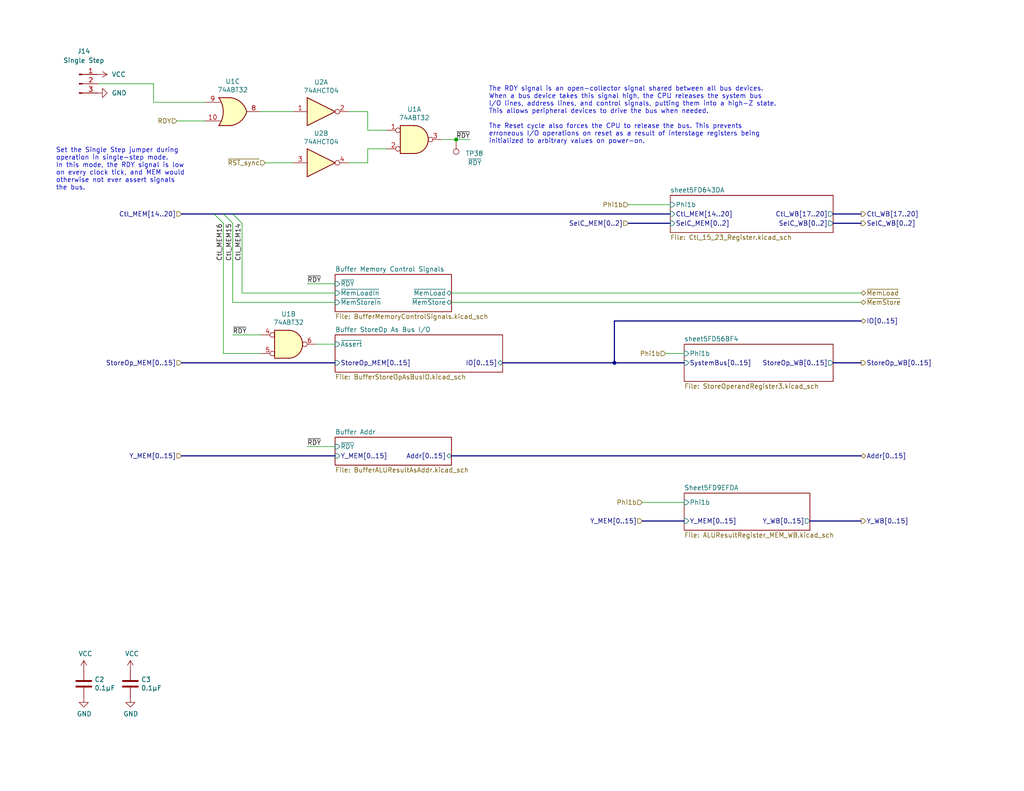
<source format=kicad_sch>
(kicad_sch (version 20250114) (generator "eeschema") (generator_version "9.0")
  (paper "USLetter")
  (title_block (title "MEM") (date "2023-11-07") (rev "D") (comment 1 "place bus lines into tristate and halt the Phi1 clock.") (comment 2 "Devices on the bus may take the open-collector ~RDY~ signal high to force the CPU to") (comment 3 "These devices connect to the main board via a connector described in another sheet.") (comment 4 "The MEM stage interfaces with memory and memory-mapped peripherals."))
  (lib_symbols
    (symbol "74xx:74LS04"
      (property "Reference" "U" (at 0 1.27 0))
      (property "Value" "74LS04" (at 0 -1.27 0))
      (symbol "74LS04_1_0"
        (polyline (pts (xy -3.81 3.81) (xy -3.81 -3.81) (xy 3.81 0) (xy -3.81 3.81)) (stroke (width 0.254)) (fill (type background)))
        (pin input line (at -7.62 0 0) (length 3.81) (name "~") (number "1"))
        (pin output inverted (at 7.62 0 180) (length 3.81) (name "~") (number "2"))
      )
      (symbol "74LS04_2_0"
        (polyline (pts (xy -3.81 3.81) (xy -3.81 -3.81) (xy 3.81 0) (xy -3.81 3.81)) (stroke (width 0.254)) (fill (type background)))
        (pin input line (at -7.62 0 0) (length 3.81) (name "~") (number "3"))
        (pin output inverted (at 7.62 0 180) (length 3.81) (name "~") (number "4"))
      )
      (symbol "74LS04_3_0"
        (polyline (pts (xy -3.81 3.81) (xy -3.81 -3.81) (xy 3.81 0) (xy -3.81 3.81)) (stroke (width 0.254)) (fill (type background)))
        (pin input line (at -7.62 0 0) (length 3.81) (name "~") (number "5"))
        (pin output inverted (at 7.62 0 180) (length 3.81) (name "~") (number "6"))
      )
      (symbol "74LS04_4_0"
        (polyline (pts (xy -3.81 3.81) (xy -3.81 -3.81) (xy 3.81 0) (xy -3.81 3.81)) (stroke (width 0.254)) (fill (type background)))
        (pin input line (at -7.62 0 0) (length 3.81) (name "~") (number "9"))
        (pin output inverted (at 7.62 0 180) (length 3.81) (name "~") (number "8"))
      )
      (symbol "74LS04_5_0"
        (polyline (pts (xy -3.81 3.81) (xy -3.81 -3.81) (xy 3.81 0) (xy -3.81 3.81)) (stroke (width 0.254)) (fill (type background)))
        (pin input line (at -7.62 0 0) (length 3.81) (name "~") (number "11"))
        (pin output inverted (at 7.62 0 180) (length 3.81) (name "~") (number "10"))
      )
      (symbol "74LS04_6_0"
        (polyline (pts (xy -3.81 3.81) (xy -3.81 -3.81) (xy 3.81 0) (xy -3.81 3.81)) (stroke (width 0.254)) (fill (type background)))
        (pin input line (at -7.62 0 0) (length 3.81) (name "~") (number "13"))
        (pin output inverted (at 7.62 0 180) (length 3.81) (name "~") (number "12"))
      )
      (symbol "74LS04_7_0"
        (pin power_in line (at 0 12.7 270) (length 5.08) (name "VCC") (number "14"))
        (pin power_in line (at 0 -12.7 90) (length 5.08) (name "GND") (number "7"))
      )
      (symbol "74LS04_7_1"
        (rectangle (start -5.08 7.62) (end 5.08 -7.62) (stroke (width 0.254)) (fill (type background)))
      )
    )
    (symbol "74xx:74LS32" (pin_names (offset 1.016))
      (property "Reference" "U" (at 0 1.27 0))
      (property "Value" "74LS32" (at 0 -1.27 0))
      (symbol "74LS32_1_1"
        (arc (start -3.81 3.81) (mid -2.589 0) (end -3.81 -3.81) (stroke (width 0.254)))
        (polyline (pts (xy -3.81 3.81) (xy -0.635 3.81)) (stroke (width 0.254)) (fill (type background)))
        (polyline (pts (xy -3.81 -3.81) (xy -0.635 -3.81)) (stroke (width 0.254)) (fill (type background)))
        (arc (start 3.81 0) (mid 2.1855 -2.584) (end -0.6096 -3.81) (stroke (width 0.254)) (fill (type background)))
        (arc (start -0.6096 3.81) (mid 2.1928 2.5924) (end 3.81 0) (stroke (width 0.254)) (fill (type background)))
        (polyline (pts (xy -0.635 3.81) (xy -3.81 3.81) (xy -3.81 3.81) (xy -3.556 3.4036) (xy -3.0226 2.2606) (xy -2.6924 1.0414) (xy -2.6162 -0.254) (xy -2.7686 -1.4986) (xy -3.175 -2.7178) (xy -3.81 -3.81) (xy -3.81 -3.81) (xy -0.635 -3.81)) (stroke (width -25.4)) (fill (type background)))
        (pin input line (at -7.62 2.54 0) (length 4.318) (name "~") (number "1"))
        (pin input line (at -7.62 -2.54 0) (length 4.318) (name "~") (number "2"))
        (pin output line (at 7.62 0 180) (length 3.81) (name "~") (number "3"))
      )
      (symbol "74LS32_1_2"
        (arc (start 0 3.81) (mid 3.7934 0) (end 0 -3.81) (stroke (width 0.254)) (fill (type background)))
        (polyline (pts (xy 0 3.81) (xy -3.81 3.81) (xy -3.81 -3.81) (xy 0 -3.81)) (stroke (width 0.254)) (fill (type background)))
        (pin input inverted (at -7.62 2.54 0) (length 3.81) (name "~") (number "1"))
        (pin input inverted (at -7.62 -2.54 0) (length 3.81) (name "~") (number "2"))
        (pin output inverted (at 7.62 0 180) (length 3.81) (name "~") (number "3"))
      )
      (symbol "74LS32_2_1"
        (arc (start -3.81 3.81) (mid -2.589 0) (end -3.81 -3.81) (stroke (width 0.254)))
        (polyline (pts (xy -3.81 3.81) (xy -0.635 3.81)) (stroke (width 0.254)) (fill (type background)))
        (polyline (pts (xy -3.81 -3.81) (xy -0.635 -3.81)) (stroke (width 0.254)) (fill (type background)))
        (arc (start 3.81 0) (mid 2.1855 -2.584) (end -0.6096 -3.81) (stroke (width 0.254)) (fill (type background)))
        (arc (start -0.6096 3.81) (mid 2.1928 2.5924) (end 3.81 0) (stroke (width 0.254)) (fill (type background)))
        (polyline (pts (xy -0.635 3.81) (xy -3.81 3.81) (xy -3.81 3.81) (xy -3.556 3.4036) (xy -3.0226 2.2606) (xy -2.6924 1.0414) (xy -2.6162 -0.254) (xy -2.7686 -1.4986) (xy -3.175 -2.7178) (xy -3.81 -3.81) (xy -3.81 -3.81) (xy -0.635 -3.81)) (stroke (width -25.4)) (fill (type background)))
        (pin input line (at -7.62 2.54 0) (length 4.318) (name "~") (number "4"))
        (pin input line (at -7.62 -2.54 0) (length 4.318) (name "~") (number "5"))
        (pin output line (at 7.62 0 180) (length 3.81) (name "~") (number "6"))
      )
      (symbol "74LS32_2_2"
        (arc (start 0 3.81) (mid 3.7934 0) (end 0 -3.81) (stroke (width 0.254)) (fill (type background)))
        (polyline (pts (xy 0 3.81) (xy -3.81 3.81) (xy -3.81 -3.81) (xy 0 -3.81)) (stroke (width 0.254)) (fill (type background)))
        (pin input inverted (at -7.62 2.54 0) (length 3.81) (name "~") (number "4"))
        (pin input inverted (at -7.62 -2.54 0) (length 3.81) (name "~") (number "5"))
        (pin output inverted (at 7.62 0 180) (length 3.81) (name "~") (number "6"))
      )
      (symbol "74LS32_3_1"
        (arc (start -3.81 3.81) (mid -2.589 0) (end -3.81 -3.81) (stroke (width 0.254)))
        (polyline (pts (xy -3.81 3.81) (xy -0.635 3.81)) (stroke (width 0.254)) (fill (type background)))
        (polyline (pts (xy -3.81 -3.81) (xy -0.635 -3.81)) (stroke (width 0.254)) (fill (type background)))
        (arc (start 3.81 0) (mid 2.1855 -2.584) (end -0.6096 -3.81) (stroke (width 0.254)) (fill (type background)))
        (arc (start -0.6096 3.81) (mid 2.1928 2.5924) (end 3.81 0) (stroke (width 0.254)) (fill (type background)))
        (polyline (pts (xy -0.635 3.81) (xy -3.81 3.81) (xy -3.81 3.81) (xy -3.556 3.4036) (xy -3.0226 2.2606) (xy -2.6924 1.0414) (xy -2.6162 -0.254) (xy -2.7686 -1.4986) (xy -3.175 -2.7178) (xy -3.81 -3.81) (xy -3.81 -3.81) (xy -0.635 -3.81)) (stroke (width -25.4)) (fill (type background)))
        (pin input line (at -7.62 2.54 0) (length 4.318) (name "~") (number "9"))
        (pin input line (at -7.62 -2.54 0) (length 4.318) (name "~") (number "10"))
        (pin output line (at 7.62 0 180) (length 3.81) (name "~") (number "8"))
      )
      (symbol "74LS32_3_2"
        (arc (start 0 3.81) (mid 3.7934 0) (end 0 -3.81) (stroke (width 0.254)) (fill (type background)))
        (polyline (pts (xy 0 3.81) (xy -3.81 3.81) (xy -3.81 -3.81) (xy 0 -3.81)) (stroke (width 0.254)) (fill (type background)))
        (pin input inverted (at -7.62 2.54 0) (length 3.81) (name "~") (number "9"))
        (pin input inverted (at -7.62 -2.54 0) (length 3.81) (name "~") (number "10"))
        (pin output inverted (at 7.62 0 180) (length 3.81) (name "~") (number "8"))
      )
      (symbol "74LS32_4_1"
        (arc (start -3.81 3.81) (mid -2.589 0) (end -3.81 -3.81) (stroke (width 0.254)))
        (polyline (pts (xy -3.81 3.81) (xy -0.635 3.81)) (stroke (width 0.254)) (fill (type background)))
        (polyline (pts (xy -3.81 -3.81) (xy -0.635 -3.81)) (stroke (width 0.254)) (fill (type background)))
        (arc (start 3.81 0) (mid 2.1855 -2.584) (end -0.6096 -3.81) (stroke (width 0.254)) (fill (type background)))
        (arc (start -0.6096 3.81) (mid 2.1928 2.5924) (end 3.81 0) (stroke (width 0.254)) (fill (type background)))
        (polyline (pts (xy -0.635 3.81) (xy -3.81 3.81) (xy -3.81 3.81) (xy -3.556 3.4036) (xy -3.0226 2.2606) (xy -2.6924 1.0414) (xy -2.6162 -0.254) (xy -2.7686 -1.4986) (xy -3.175 -2.7178) (xy -3.81 -3.81) (xy -3.81 -3.81) (xy -0.635 -3.81)) (stroke (width -25.4)) (fill (type background)))
        (pin input line (at -7.62 2.54 0) (length 4.318) (name "~") (number "12"))
        (pin input line (at -7.62 -2.54 0) (length 4.318) (name "~") (number "13"))
        (pin output line (at 7.62 0 180) (length 3.81) (name "~") (number "11"))
      )
      (symbol "74LS32_4_2"
        (arc (start 0 3.81) (mid 3.7934 0) (end 0 -3.81) (stroke (width 0.254)) (fill (type background)))
        (polyline (pts (xy 0 3.81) (xy -3.81 3.81) (xy -3.81 -3.81) (xy 0 -3.81)) (stroke (width 0.254)) (fill (type background)))
        (pin input inverted (at -7.62 2.54 0) (length 3.81) (name "~") (number "12"))
        (pin input inverted (at -7.62 -2.54 0) (length 3.81) (name "~") (number "13"))
        (pin output inverted (at 7.62 0 180) (length 3.81) (name "~") (number "11"))
      )
      (symbol "74LS32_5_0"
        (pin power_in line (at 0 12.7 270) (length 5.08) (name "VCC") (number "14"))
        (pin power_in line (at 0 -12.7 90) (length 5.08) (name "GND") (number "7"))
      )
      (symbol "74LS32_5_1"
        (rectangle (start -5.08 7.62) (end 5.08 -7.62) (stroke (width 0.254)) (fill (type background)))
      )
    )
    (symbol "Connector:Conn_01x03_Pin" (pin_names (offset 1.016) (hide yes))
      (property "Reference" "J" (at 0 5.08 0))
      (property "Value" "Conn_01x03_Pin" (at 0 -5.08 0))
      (symbol "Conn_01x03_Pin_1_1"
        (rectangle (start 0.8636 2.667) (end 0 2.413) (stroke (width 0.1524)) (fill (type outline)))
        (rectangle (start 0.8636 0.127) (end 0 -0.127) (stroke (width 0.1524)) (fill (type outline)))
        (rectangle (start 0.8636 -2.413) (end 0 -2.667) (stroke (width 0.1524)) (fill (type outline)))
        (polyline (pts (xy 1.27 2.54) (xy 0.8636 2.54)) (stroke (width 0.1524)))
        (polyline (pts (xy 1.27 0) (xy 0.8636 0)) (stroke (width 0.1524)))
        (polyline (pts (xy 1.27 -2.54) (xy 0.8636 -2.54)) (stroke (width 0.1524)))
        (pin passive line (at 5.08 2.54 180) (length 3.81) (name "Pin_1") (number "1"))
        (pin passive line (at 5.08 0 180) (length 3.81) (name "Pin_2") (number "2"))
        (pin passive line (at 5.08 -2.54 180) (length 3.81) (name "Pin_3") (number "3"))
      )
    )
    (symbol "Connector:TestPoint" (pin_numbers (hide yes)) (pin_names (offset 0.762) (hide yes))
      (property "Reference" "TP" (at 0 6.858 0))
      (property "Value" "TestPoint" (at 0 5.08 0))
      (symbol "TestPoint_0_1"
        (circle (center 0 3.302) (radius 0.762))
      )
      (symbol "TestPoint_1_1"
        (pin passive line (at 0 0 90) (length 2.54) (name "1") (number "1"))
      )
    )
    (symbol "Device:C" (pin_numbers (hide yes)) (pin_names (offset 0.254))
      (property "Reference" "C" (at 0.635 2.54 0))
      (property "Value" "C" (at 0.635 -2.54 0))
      (symbol "C_0_1"
        (polyline (pts (xy -2.032 0.762) (xy 2.032 0.762)) (stroke (width 0.508)))
        (polyline (pts (xy -2.032 -0.762) (xy 2.032 -0.762)) (stroke (width 0.508)))
      )
      (symbol "C_1_1"
        (pin passive line (at 0 3.81 270) (length 2.794) (name "~") (number "1"))
        (pin passive line (at 0 -3.81 90) (length 2.794) (name "~") (number "2"))
      )
    )
    (symbol "power:GND" (power) (pin_names (offset 0))
      (property "Value" "GND" (at 0 -3.81 0))
      (symbol "GND_0_1"
        (polyline (pts (xy 0 0) (xy 0 -1.27) (xy 1.27 -1.27) (xy 0 -2.54) (xy -1.27 -1.27) (xy 0 -1.27)))
      )
      (symbol "GND_1_1"
        (pin power_in line (at 0 0 270) (length 0) (hide yes) (name "GND") (number "1"))
      )
    )
    (symbol "power:VCC" (power) (pin_names (offset 0))
      (property "Value" "VCC" (at 0 3.81 0))
      (symbol "VCC_0_1"
        (polyline (pts (xy -0.762 1.27) (xy 0 2.54)))
        (polyline (pts (xy 0 2.54) (xy 0.762 1.27)))
        (polyline (pts (xy 0 0) (xy 0 2.54)))
      )
      (symbol "VCC_1_1"
        (pin power_in line (at 0 0 90) (length 0) (hide yes) (name "VCC") (number "1"))
      )
    )
  )
  (text "Set the Single Step jumper during\noperation in single-step mode.\nIn this mode, the RDY signal is low\non every clock tick, and MEM would\notherwise not ever assert signals\nthe bus." (at 15.24 52.07 0) (effects (font (size 1.27 1.27)) (justify left bottom)))
  (text "The RDY signal is an open-collector signal shared between all bus devices.\nWhen a bus device takes this signal high, the CPU releases the system bus\nI/O lines, address lines, and control signals, putting them into a high-Z state.\nThis allows peripheral devices to drive the bus when needed.\n\nThe Reset cycle also forces the CPU to release the bus. This prevents\nerroneous I/O operations on reset as a result of interstage registers being\ninitialized to arbitrary values on power-on." (at 133.35 39.37 0) (effects (font (size 1.27 1.27)) (justify left bottom)))
  (junction (at -44.45 146.05))
  (junction (at 167.64 99.06))
  (junction (at -21.59 146.05))
  (junction (at -44.45 140.97))
  (junction (at 124.46 38.1))
  (no_connect (at -6.35 146.05))
  (no_connect (at -26.67 143.51))
  (bus_entry (at 58.42 58.42) (size 2.54 2.54))
  (bus_entry (at 63.5 58.42) (size 2.54 2.54))
  (bus_entry (at 60.96 58.42) (size 2.54 2.54))
  (bus (pts (xy 234.95 99.06) (xy 227.33 99.06)))
  (wire (pts (xy 181.61 96.52) (xy 186.69 96.52)))
  (wire (pts (xy -21.59 135.89) (xy -21.59 146.05)))
  (bus (pts (xy 234.95 142.24) (xy 220.98 142.24)))
  (bus (pts (xy 63.5 58.42) (xy 182.88 58.42)))
  (wire (pts (xy 41.91 22.86) (xy 41.91 27.94)))
  (wire (pts (xy 60.96 60.96) (xy 60.96 96.52)))
  (wire (pts (xy 124.46 38.1) (xy 120.65 38.1)))
  (wire (pts (xy 66.04 60.96) (xy 66.04 80.01)))
  (bus (pts (xy 227.33 58.42) (xy 234.95 58.42)))
  (wire (pts (xy -44.45 146.05) (xy -44.45 152.4)))
  (wire (pts (xy 171.45 55.88) (xy 182.88 55.88)))
  (bus (pts (xy 123.19 124.46) (xy 234.95 124.46)))
  (wire (pts (xy -21.59 179.07) (xy -21.59 180.34)))
  (wire (pts (xy 60.96 96.52) (xy 71.12 96.52)))
  (wire (pts (xy -44.45 135.89) (xy -44.45 140.97)))
  (wire (pts (xy -44.45 179.07) (xy -44.45 177.8)))
  (wire (pts (xy 128.27 38.1) (xy 124.46 38.1)))
  (wire (pts (xy 71.12 30.48) (xy 80.01 30.48)))
  (bus (pts (xy 167.64 87.63) (xy 167.64 99.06)))
  (wire (pts (xy 66.04 80.01) (xy 91.44 80.01)))
  (wire (pts (xy 63.5 91.44) (xy 71.12 91.44)))
  (bus (pts (xy 167.64 99.06) (xy 186.69 99.06)))
  (bus (pts (xy 49.53 58.42) (xy 58.42 58.42)))
  (bus (pts (xy 167.64 87.63) (xy 234.95 87.63)))
  (wire (pts (xy -41.91 146.05) (xy -44.45 146.05)))
  (wire (pts (xy 63.5 60.96) (xy 63.5 82.55)))
  (bus (pts (xy 175.26 142.24) (xy 186.69 142.24)))
  (bus (pts (xy 58.42 58.42) (xy 60.96 58.42)))
  (wire (pts (xy 83.82 121.92) (xy 91.44 121.92)))
  (bus (pts (xy 60.96 58.42) (xy 63.5 58.42)))
  (bus (pts (xy 182.88 60.96) (xy 171.45 60.96)))
  (bus (pts (xy 137.16 99.06) (xy 167.64 99.06)))
  (wire (pts (xy -44.45 140.97) (xy -44.45 146.05)))
  (wire (pts (xy -21.59 146.05) (xy -21.59 153.67)))
  (bus (pts (xy 49.53 124.46) (xy 91.44 124.46)))
  (bus (pts (xy 227.33 60.96) (xy 234.95 60.96)))
  (wire (pts (xy 41.91 27.94) (xy 55.88 27.94)))
  (bus (pts (xy 49.53 99.06) (xy 91.44 99.06)))
  (wire (pts (xy 100.33 30.48) (xy 100.33 35.56)))
  (wire (pts (xy 80.01 44.45) (xy 72.39 44.45)))
  (wire (pts (xy 86.36 93.98) (xy 91.44 93.98)))
  (wire (pts (xy 234.95 82.55) (xy 123.19 82.55)))
  (wire (pts (xy 123.19 80.01) (xy 234.95 80.01)))
  (wire (pts (xy 63.5 82.55) (xy 91.44 82.55)))
  (wire (pts (xy 100.33 44.45) (xy 95.25 44.45)))
  (wire (pts (xy 95.25 30.48) (xy 100.33 30.48)))
  (wire (pts (xy -41.91 140.97) (xy -44.45 140.97)))
  (wire (pts (xy 26.67 22.86) (xy 41.91 22.86)))
  (wire (pts (xy 83.82 77.47) (xy 91.44 77.47)))
  (wire (pts (xy 55.88 33.02) (xy 48.26 33.02)))
  (wire (pts (xy 100.33 35.56) (xy 105.41 35.56)))
  (wire (pts (xy 175.26 137.16) (xy 186.69 137.16)))
  (wire (pts (xy 105.41 40.64) (xy 100.33 40.64)))
  (wire (pts (xy 100.33 40.64) (xy 100.33 44.45)))
  (label "Ctl_MEM15" (at 63.5 60.96 270))
  (label "Ctl_MEM14" (at 66.04 60.96 270))
  (label "~{RDY}" (at 83.82 77.47 0))
  (label "Ctl_MEM16" (at 60.96 60.96 270))
  (label "~{RDY}" (at 83.82 121.92 0))
  (label "~{RDY}" (at 128.27 38.1 180))
  (label "~{RDY}" (at 63.5 91.44 0))
  (hierarchical_label "Phi1b" (shape input) (at 175.26 137.16 180))
  (hierarchical_label "Phi1b" (shape input) (at 181.61 96.52 180))
  (hierarchical_label "Y_WB[0..15]" (shape output) (at 234.95 142.24 0))
  (hierarchical_label "~{MemStore}" (shape tri_state) (at 234.95 82.55 0))
  (hierarchical_label "Y_MEM[0..15]" (shape input) (at 175.26 142.24 180))
  (hierarchical_label "Y_MEM[0..15]" (shape input) (at 49.53 124.46 180))
  (hierarchical_label "~{RST_sync}" (shape input) (at 72.39 44.45 180))
  (hierarchical_label "Phi1b" (shape input) (at 171.45 55.88 180))
  (hierarchical_label "IO[0..15]" (shape tri_state) (at 234.95 87.63 0))
  (hierarchical_label "RDY" (shape input) (at 48.26 33.02 180))
  (hierarchical_label "Ctl_WB[17..20]" (shape output) (at 234.95 58.42 0))
  (hierarchical_label "Ctl_MEM[14..20]" (shape input) (at 49.53 58.42 180))
  (hierarchical_label "StoreOp_WB[0..15]" (shape output) (at 234.95 99.06 0))
  (hierarchical_label "~{MemLoad}" (shape tri_state) (at 234.95 80.01 0))
  (hierarchical_label "SelC_WB[0..2]" (shape output) (at 234.95 60.96 0))
  (hierarchical_label "Addr[0..15]" (shape tri_state) (at 234.95 124.46 0))
  (hierarchical_label "SelC_MEM[0..2]" (shape input) (at 171.45 60.96 180))
  (hierarchical_label "StoreOp_MEM[0..15]" (shape input) (at 49.53 99.06 180))
  (symbol (lib_id "74xx:74LS04") (at 87.63 30.48 0) (unit 1)
    (property "Reference" "U2" (at 87.63 22.4282 0))
    (property "Value" "74AHCT04" (at 87.63 24.7396 0))
    (property "Footprint" "Package_SO:TSSOP-14_4.4x5mm_P0.65mm" (effects (hide yes)))
    (property "Datasheet" "https://www.mouser.com/datasheet/2/916/74AHCT04A-1545508.pdf" (effects (hide yes)))
    (property "Mouser" "https://www.mouser.com/ProductDetail/Nexperia/74AHCT04APWJ?qs=5aG0NVq1C4yf8jbQquj09Q==" (effects (hide yes)))
  )
  (symbol (lib_id "74xx:74LS04") (at -21.59 166.37 0) (unit 7)
    (property "Reference" "U2" (at -21.59 165.1 0))
    (property "Value" "74AHCT04" (at -21.59 167.64 0))
    (property "Footprint" "Package_SO:TSSOP-14_4.4x5mm_P0.65mm" (effects (hide yes)))
    (property "Datasheet" "https://www.mouser.com/datasheet/2/916/74AHCT04A-1545508.pdf" (effects (hide yes)))
    (property "Mouser" "https://www.mouser.com/ProductDetail/Nexperia/74AHCT04APWJ?qs=5aG0NVq1C4yf8jbQquj09Q==" (effects (hide yes)))
  )
  (symbol (lib_id "74xx:74LS04") (at -13.97 146.05 0) (unit 6)
    (property "Reference" "U2" (at -13.97 137.9982 0))
    (property "Value" "74AHCT04" (at -13.97 140.3096 0))
    (property "Footprint" "Package_SO:TSSOP-14_4.4x5mm_P0.65mm" (effects (hide yes)))
    (property "Datasheet" "https://www.mouser.com/datasheet/2/916/74AHCT04A-1545508.pdf" (effects (hide yes)))
    (property "Mouser" "https://www.mouser.com/ProductDetail/Nexperia/74AHCT04APWJ?qs=5aG0NVq1C4yf8jbQquj09Q==" (effects (hide yes)))
  )
  (symbol (lib_id "power:VCC") (at -21.59 135.89 0) (unit 1)
    (property "Reference" "#PWR071" (effects (hide yes)))
    (property "Value" "VCC" (at -21.1582 131.4958 0))
  )
  (symbol (lib_id "power:GND") (at -21.59 180.34 0) (mirror y) (unit 1)
    (property "Reference" "#PWR072" (effects (hide yes)))
    (property "Value" "GND" (at -21.717 184.7342 0))
  )
  (symbol (lib_id "74xx:74LS04") (at 87.63 44.45 0) (unit 2)
    (property "Reference" "U2" (at 87.63 36.3982 0))
    (property "Value" "74AHCT04" (at 87.63 38.7096 0))
    (property "Footprint" "Package_SO:TSSOP-14_4.4x5mm_P0.65mm" (effects (hide yes)))
    (property "Datasheet" "https://www.mouser.com/datasheet/2/916/74AHCT04A-1545508.pdf" (effects (hide yes)))
    (property "Mouser" "https://www.mouser.com/ProductDetail/Nexperia/74AHCT04APWJ?qs=5aG0NVq1C4yf8jbQquj09Q==" (effects (hide yes)))
  )
  (symbol (lib_id "power:GND") (at 22.86 190.5 0) (unit 1)
    (property "Reference" "#PWR074" (effects (hide yes)))
    (property "Value" "GND" (at 22.987 194.8942 0))
  )
  (symbol (lib_id "power:VCC") (at 22.86 182.88 0) (unit 1)
    (property "Reference" "#PWR073" (effects (hide yes)))
    (property "Value" "VCC" (at 23.2918 178.4858 0))
  )
  (symbol (lib_id "Device:C") (at 22.86 186.69 0) (unit 1)
    (property "Reference" "C2" (at 25.781 185.5216 0) (effects (justify left)))
    (property "Value" "0.1μF" (at 25.781 187.833 0) (effects (justify left)))
    (property "Footprint" "Capacitor_SMD:C_0603_1608Metric_Pad1.08x0.95mm_HandSolder" (effects (hide yes)))
    (property "Mouser" "https://www.mouser.com/ProductDetail/963-EMK107B7104KAHT" (effects (hide yes)))
  )
  (symbol (lib_id "power:VCC") (at -44.45 135.89 0) (unit 1)
    (property "Reference" "#PWR069" (effects (hide yes)))
    (property "Value" "VCC" (at -44.0182 131.4958 0))
  )
  (symbol (lib_id "power:GND") (at -44.45 179.07 0) (unit 1)
    (property "Reference" "#PWR070" (effects (hide yes)))
    (property "Value" "GND" (at -44.323 183.4642 0))
  )
  (symbol (lib_id "74xx:74LS32") (at 78.74 93.98 0) (unit 2) (convert 2)
    (property "Reference" "U1" (at 78.74 85.725 0))
    (property "Value" "74ABT32" (at 78.74 88.0364 0))
    (property "Footprint" "Package_SO:TSSOP-14_4.4x5mm_P0.65mm" (effects (hide yes)))
    (property "Datasheet" "https://www.mouser.com/datasheet/2/916/74ABT32-2937354.pdf" (effects (hide yes)))
    (property "Mouser" "https://www.mouser.com/ProductDetail/Nexperia/74ABT32PW118?qs=P62ublwmbi%2FkuIVV181WGQ%3D%3D" (effects (hide yes)))
  )
  (symbol (lib_id "74xx:74LS32") (at 63.5 30.48 0) (unit 3)
    (property "Reference" "U1" (at 63.5 22.225 0))
    (property "Value" "74ABT32" (at 63.5 24.5364 0))
    (property "Footprint" "Package_SO:TSSOP-14_4.4x5mm_P0.65mm" (effects (hide yes)))
    (property "Datasheet" "https://www.mouser.com/datasheet/2/916/74ABT32-2937354.pdf" (effects (hide yes)))
    (property "Mouser" "https://www.mouser.com/ProductDetail/Nexperia/74ABT32PW118?qs=P62ublwmbi%2FkuIVV181WGQ%3D%3D" (effects (hide yes)))
  )
  (symbol (lib_id "74xx:74LS32") (at -34.29 143.51 0) (unit 4)
    (property "Reference" "U1" (at -34.29 135.255 0))
    (property "Value" "74ABT32" (at -34.29 137.5664 0))
    (property "Footprint" "Package_SO:TSSOP-14_4.4x5mm_P0.65mm" (effects (hide yes)))
    (property "Datasheet" "https://www.mouser.com/datasheet/2/916/74ABT32-2937354.pdf" (effects (hide yes)))
    (property "Mouser" "https://www.mouser.com/ProductDetail/Nexperia/74ABT32PW118?qs=P62ublwmbi%2FkuIVV181WGQ%3D%3D" (effects (hide yes)))
  )
  (symbol (lib_id "74xx:74LS32") (at -44.45 165.1 0) (unit 5)
    (property "Reference" "U1" (at -38.608 163.9316 0) (effects (justify left)))
    (property "Value" "74ABT32" (at -38.608 166.243 0) (effects (justify left)))
    (property "Footprint" "Package_SO:TSSOP-14_4.4x5mm_P0.65mm" (effects (hide yes)))
    (property "Datasheet" "https://www.mouser.com/datasheet/2/916/74ABT32-2937354.pdf" (effects (hide yes)))
    (property "Mouser" "https://www.mouser.com/ProductDetail/Nexperia/74ABT32PW118?qs=P62ublwmbi%2FkuIVV181WGQ%3D%3D" (effects (hide yes)))
  )
  (symbol (lib_id "74xx:74LS32") (at 113.03 38.1 0) (unit 1) (convert 2)
    (property "Reference" "U1" (at 113.03 29.845 0))
    (property "Value" "74ABT32" (at 113.03 32.1564 0))
    (property "Footprint" "Package_SO:TSSOP-14_4.4x5mm_P0.65mm" (effects (hide yes)))
    (property "Datasheet" "https://www.mouser.com/datasheet/2/916/74ABT32-2937354.pdf" (effects (hide yes)))
    (property "Mouser" "https://www.mouser.com/ProductDetail/Nexperia/74ABT32PW118?qs=P62ublwmbi%2FkuIVV181WGQ%3D%3D" (effects (hide yes)))
  )
  (symbol (lib_id "Device:C") (at 35.56 186.69 0) (unit 1)
    (property "Reference" "C3" (at 38.481 185.5216 0) (effects (justify left)))
    (property "Value" "0.1μF" (at 38.481 187.833 0) (effects (justify left)))
    (property "Footprint" "Capacitor_SMD:C_0603_1608Metric_Pad1.08x0.95mm_HandSolder" (effects (hide yes)))
    (property "Mouser" "https://www.mouser.com/ProductDetail/963-EMK107B7104KAHT" (effects (hide yes)))
  )
  (symbol (lib_id "power:GND") (at 35.56 190.5 0) (unit 1)
    (property "Reference" "#PWR0161" (effects (hide yes)))
    (property "Value" "GND" (at 35.687 194.8942 0))
  )
  (symbol (lib_id "Connector:Conn_01x03_Pin") (at 21.59 22.86 0) (unit 1)
    (property "Reference" "J14" (at 22.86 13.97 0))
    (property "Value" "Single Step" (at 22.86 16.51 0))
    (property "Footprint" "Connector_PinHeader_2.54mm:PinHeader_1x03_P2.54mm_Vertical" (effects (hide yes)))
  )
  (symbol (lib_id "Connector:TestPoint") (at 124.46 38.1 0) (mirror x) (unit 1)
    (property "Reference" "TP38" (at 127 41.91 0) (effects (justify left)))
    (property "Value" "~{RDY}" (at 129.54 44.45 0))
    (property "Footprint" "TestPoint:TestPoint_Pad_D1.0mm" (effects (hide yes)))
  )
  (symbol (lib_id "power:VCC") (at 35.56 182.88 0) (unit 1)
    (property "Reference" "#PWR0160" (effects (hide yes)))
    (property "Value" "VCC" (at 35.9918 178.4858 0))
  )
  (symbol (lib_id "power:VCC") (at 26.67 20.32 270) (unit 1)
    (property "Reference" "#PWR0163" (effects (hide yes)))
    (property "Value" "VCC" (at 30.48 20.32 90) (effects (justify left)))
  )
  (symbol (lib_id "power:GND") (at 26.67 25.4 90) (unit 1)
    (property "Reference" "#PWR033" (effects (hide yes)))
    (property "Value" "GND" (at 30.48 25.4 90) (effects (justify right)))
  )
  (sheet (at 91.44 74.93) (size 31.75 10.16)
    (property "Sheetname" "Buffer Memory Control Signals" (at 91.44 74.2184 0) (effects (justify left bottom)))
    (property "Sheetfile" "BufferMemoryControlSignals.kicad_sch" (at 91.44 85.6746 0) (effects (justify left top)))
    (pin "~{MemLoadIn}" input (at 91.44 80.01 180))
    (pin "~{MemStoreIn}" input (at 91.44 82.55 180))
    (pin "~{MemLoad}" tri_state (at 123.19 80.01 0))
    (pin "~{MemStore}" tri_state (at 123.19 82.55 0))
    (pin "~{RDY}" input (at 91.44 77.47 180))
  )
  (sheet (at 91.44 119.38) (size 31.75 7.62)
    (property "Sheetname" "Buffer Addr" (at 91.44 118.6684 0) (effects (justify left bottom)))
    (property "Sheetfile" "BufferALUResultAsAddr.kicad_sch" (at 91.44 127.5846 0) (effects (justify left top)))
    (pin "~{RDY}" input (at 91.44 121.92 180))
    (pin "Addr[0..15]" tri_state (at 123.19 124.46 0))
    (pin "Y_MEM[0..15]" input (at 91.44 124.46 180))
  )
  (sheet (at 186.69 93.98) (size 40.64 10.16)
    (property "Sheetname" "sheet5FD56BF4" (at 186.69 93.2684 0) (effects (justify left bottom)))
    (property "Sheetfile" "StoreOperandRegister3.kicad_sch" (at 186.69 104.7246 0) (effects (justify left top)))
    (pin "SystemBus[0..15]" input (at 186.69 99.06 180))
    (pin "StoreOp_WB[0..15]" output (at 227.33 99.06 0))
    (pin "Phi1b" input (at 186.69 96.52 180))
  )
  (sheet (at 182.88 53.34) (size 44.45 10.16)
    (property "Sheetname" "sheet5FD643DA" (at 182.88 52.6284 0) (effects (justify left bottom)))
    (property "Sheetfile" "Ctl_15_23_Register.kicad_sch" (at 182.88 64.0846 0) (effects (justify left top)))
    (pin "SelC_MEM[0..2]" input (at 182.88 60.96 180))
    (pin "SelC_WB[0..2]" output (at 227.33 60.96 0))
    (pin "Ctl_WB[17..20]" output (at 227.33 58.42 0))
    (pin "Ctl_MEM[14..20]" input (at 182.88 58.42 180))
    (pin "Phi1b" input (at 182.88 55.88 180))
  )
  (sheet (at 186.69 134.62) (size 34.29 10.16)
    (property "Sheetname" "Sheet5FD9EFDA" (at 186.69 133.9084 0) (effects (justify left bottom)))
    (property "Sheetfile" "ALUResultRegister_MEM_WB.kicad_sch" (at 186.69 145.3646 0) (effects (justify left top)))
    (pin "Y_MEM[0..15]" input (at 186.69 142.24 180))
    (pin "Y_WB[0..15]" output (at 220.98 142.24 0))
    (pin "Phi1b" input (at 186.69 137.16 180))
  )
  (sheet (at 91.44 91.44) (size 45.72 10.16)
    (property "Sheetname" "Buffer StoreOp As Bus I/O" (at 91.44 90.7284 0) (effects (justify left bottom)))
    (property "Sheetfile" "BufferStoreOpAsBusIO.kicad_sch" (at 91.44 102.1846 0) (effects (justify left top)))
    (pin "IO[0..15]" tri_state (at 137.16 99.06 0))
    (pin "StoreOp_MEM[0..15]" input (at 91.44 99.06 180))
    (pin "~{Assert}" input (at 91.44 93.98 180))
  )
)
</source>
